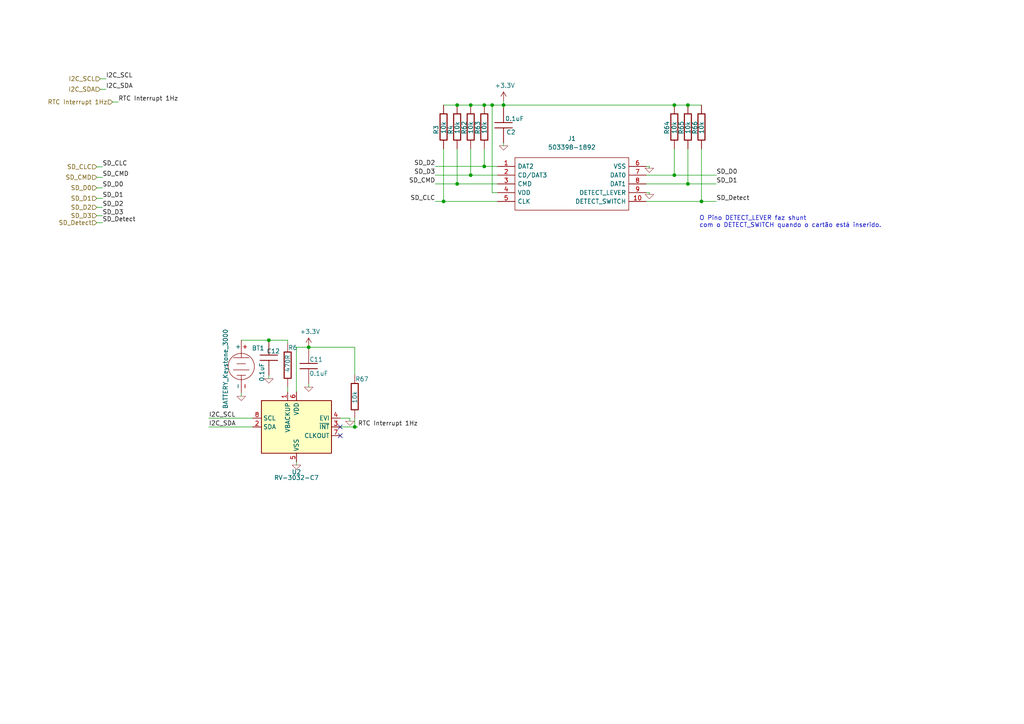
<source format=kicad_sch>
(kicad_sch
	(version 20231120)
	(generator "eeschema")
	(generator_version "8.0")
	(uuid "4181d3ef-95b0-49cc-8ea7-81c2d480a67a")
	(paper "A4")
	(lib_symbols
		(symbol "ESPulse-rescue:R-lsts-passives"
			(pin_numbers hide)
			(pin_names
				(offset 0)
			)
			(exclude_from_sim no)
			(in_bom yes)
			(on_board yes)
			(property "Reference" "R"
				(at 2.032 0 90)
				(effects
					(font
						(size 1.27 1.27)
					)
				)
			)
			(property "Value" "R-lsts-passives"
				(at 0 0 90)
				(effects
					(font
						(size 1.27 1.27)
					)
				)
			)
			(property "Footprint" ""
				(at 0 0 0)
				(effects
					(font
						(size 1.524 1.524)
					)
				)
			)
			(property "Datasheet" ""
				(at 0 0 0)
				(effects
					(font
						(size 1.524 1.524)
					)
				)
			)
			(property "Description" ""
				(at 0 0 0)
				(effects
					(font
						(size 1.27 1.27)
					)
					(hide yes)
				)
			)
			(property "ki_fp_filters" "R_*"
				(at 0 0 0)
				(effects
					(font
						(size 1.27 1.27)
					)
					(hide yes)
				)
			)
			(symbol "R-lsts-passives_0_1"
				(rectangle
					(start -1.016 3.81)
					(end 1.016 -3.81)
					(stroke
						(width 0.3048)
						(type default)
					)
					(fill
						(type none)
					)
				)
			)
			(symbol "R-lsts-passives_1_1"
				(pin passive line
					(at 0 6.35 270)
					(length 2.54)
					(name "~"
						(effects
							(font
								(size 1.524 1.524)
							)
						)
					)
					(number "1"
						(effects
							(font
								(size 1.524 1.524)
							)
						)
					)
				)
				(pin passive line
					(at 0 -6.35 90)
					(length 2.54)
					(name "~"
						(effects
							(font
								(size 1.524 1.524)
							)
						)
					)
					(number "2"
						(effects
							(font
								(size 1.524 1.524)
							)
						)
					)
				)
			)
		)
		(symbol "lsts-conn:503398-1892"
			(pin_names
				(offset 0.762)
			)
			(exclude_from_sim no)
			(in_bom yes)
			(on_board yes)
			(property "Reference" "J"
				(at 39.37 7.62 0)
				(effects
					(font
						(size 1.27 1.27)
					)
					(justify left)
				)
			)
			(property "Value" "503398-1892"
				(at -5.08 26.67 0)
				(effects
					(font
						(size 1.27 1.27)
					)
					(justify left)
				)
			)
			(property "Footprint" "503398-1892"
				(at -5.08 24.13 0)
				(effects
					(font
						(size 1.27 1.27)
					)
					(justify left)
					(hide yes)
				)
			)
			(property "Datasheet" "http://www.molex.com/webdocs/datasheets/pdf/en-us//5033981892_MEMORY_CARD_SOCKET.pdf"
				(at -5.08 21.59 0)
				(effects
					(font
						(size 1.27 1.27)
					)
					(justify left)
					(hide yes)
				)
			)
			(property "Description" "MicroSD SMT Push-Push 1.28mm height MicroSD SMT Push-Push 1.28mm height"
				(at -5.08 19.05 0)
				(effects
					(font
						(size 1.27 1.27)
					)
					(justify left)
					(hide yes)
				)
			)
			(property "Height" ""
				(at 39.37 -5.08 0)
				(effects
					(font
						(size 1.27 1.27)
					)
					(justify left)
					(hide yes)
				)
			)
			(property "Manufacturer_Name" "Molex"
				(at 39.37 -7.62 0)
				(effects
					(font
						(size 1.27 1.27)
					)
					(justify left)
					(hide yes)
				)
			)
			(property "Manufacturer_Part_Number" "503398-1892"
				(at -5.08 11.43 0)
				(effects
					(font
						(size 1.27 1.27)
					)
					(justify left)
					(hide yes)
				)
			)
			(property "Mouser Part Number" "538-503398-1892"
				(at -5.08 8.89 0)
				(effects
					(font
						(size 1.27 1.27)
					)
					(justify left)
					(hide yes)
				)
			)
			(property "Mouser Price/Stock" "https://www.mouser.co.uk/ProductDetail/Molex/503398-1892?qs=b0v8CoHHvSMxV%252BW12iKaSg%3D%3D"
				(at -5.08 6.35 0)
				(effects
					(font
						(size 1.27 1.27)
					)
					(justify left)
					(hide yes)
				)
			)
			(property "Arrow Part Number" ""
				(at 39.37 -17.78 0)
				(effects
					(font
						(size 1.27 1.27)
					)
					(justify left)
					(hide yes)
				)
			)
			(property "Arrow Price/Stock" ""
				(at 39.37 -20.32 0)
				(effects
					(font
						(size 1.27 1.27)
					)
					(justify left)
					(hide yes)
				)
			)
			(property "Mouser Testing Part Number" ""
				(at 39.37 -22.86 0)
				(effects
					(font
						(size 1.27 1.27)
					)
					(justify left)
					(hide yes)
				)
			)
			(property "Mouser Testing Price/Stock" ""
				(at 39.37 -25.4 0)
				(effects
					(font
						(size 1.27 1.27)
					)
					(justify left)
					(hide yes)
				)
			)
			(symbol "503398-1892_0_0"
				(pin passive line
					(at 0 0 0)
					(length 5.08)
					(name "DAT2"
						(effects
							(font
								(size 1.27 1.27)
							)
						)
					)
					(number "1"
						(effects
							(font
								(size 1.27 1.27)
							)
						)
					)
				)
				(pin passive line
					(at 43.18 -10.16 180)
					(length 5.08)
					(name "DETECT_SWITCH"
						(effects
							(font
								(size 1.27 1.27)
							)
						)
					)
					(number "10"
						(effects
							(font
								(size 1.27 1.27)
							)
						)
					)
				)
				(pin passive line
					(at 0 -2.54 0)
					(length 5.08)
					(name "CD/DAT3"
						(effects
							(font
								(size 1.27 1.27)
							)
						)
					)
					(number "2"
						(effects
							(font
								(size 1.27 1.27)
							)
						)
					)
				)
				(pin passive line
					(at 0 -5.08 0)
					(length 5.08)
					(name "CMD"
						(effects
							(font
								(size 1.27 1.27)
							)
						)
					)
					(number "3"
						(effects
							(font
								(size 1.27 1.27)
							)
						)
					)
				)
				(pin passive line
					(at 0 -7.62 0)
					(length 5.08)
					(name "VDD"
						(effects
							(font
								(size 1.27 1.27)
							)
						)
					)
					(number "4"
						(effects
							(font
								(size 1.27 1.27)
							)
						)
					)
				)
				(pin passive line
					(at 0 -10.16 0)
					(length 5.08)
					(name "CLK"
						(effects
							(font
								(size 1.27 1.27)
							)
						)
					)
					(number "5"
						(effects
							(font
								(size 1.27 1.27)
							)
						)
					)
				)
				(pin passive line
					(at 43.18 0 180)
					(length 5.08)
					(name "VSS"
						(effects
							(font
								(size 1.27 1.27)
							)
						)
					)
					(number "6"
						(effects
							(font
								(size 1.27 1.27)
							)
						)
					)
				)
				(pin passive line
					(at 43.18 -2.54 180)
					(length 5.08)
					(name "DAT0"
						(effects
							(font
								(size 1.27 1.27)
							)
						)
					)
					(number "7"
						(effects
							(font
								(size 1.27 1.27)
							)
						)
					)
				)
				(pin passive line
					(at 43.18 -5.08 180)
					(length 5.08)
					(name "DAT1"
						(effects
							(font
								(size 1.27 1.27)
							)
						)
					)
					(number "8"
						(effects
							(font
								(size 1.27 1.27)
							)
						)
					)
				)
				(pin passive line
					(at 43.18 -7.62 180)
					(length 5.08)
					(name "DETECT_LEVER"
						(effects
							(font
								(size 1.27 1.27)
							)
						)
					)
					(number "9"
						(effects
							(font
								(size 1.27 1.27)
							)
						)
					)
				)
			)
			(symbol "503398-1892_0_1"
				(polyline
					(pts
						(xy 5.08 2.54) (xy 38.1 2.54) (xy 38.1 -12.7) (xy 5.08 -12.7) (xy 5.08 2.54)
					)
					(stroke
						(width 0.1524)
						(type default)
					)
					(fill
						(type none)
					)
				)
			)
		)
		(symbol "lsts-conn:BATTERY_Keystone_3000"
			(pin_names
				(offset 0)
			)
			(exclude_from_sim no)
			(in_bom yes)
			(on_board yes)
			(property "Reference" "BT"
				(at 0 5.08 0)
				(effects
					(font
						(size 1.27 1.27)
					)
				)
			)
			(property "Value" "BATTERY_Keystone_3000"
				(at 0 -4.826 0)
				(effects
					(font
						(size 1.27 1.27)
					)
				)
			)
			(property "Footprint" ""
				(at 0 0 0)
				(effects
					(font
						(size 1.524 1.524)
					)
				)
			)
			(property "Datasheet" ""
				(at 0 0 0)
				(effects
					(font
						(size 1.524 1.524)
					)
				)
			)
			(property "Description" ""
				(at 0 0 0)
				(effects
					(font
						(size 1.27 1.27)
					)
					(hide yes)
				)
			)
			(symbol "BATTERY_Keystone_3000_0_1"
				(polyline
					(pts
						(xy -2.54 0) (xy -3.81 0)
					)
					(stroke
						(width 0)
						(type default)
					)
					(fill
						(type none)
					)
				)
				(polyline
					(pts
						(xy -2.54 2.286) (xy -2.54 -2.2606)
					)
					(stroke
						(width 0.1524)
						(type default)
					)
					(fill
						(type none)
					)
				)
				(polyline
					(pts
						(xy -0.7874 1.27) (xy -0.7874 -1.27)
					)
					(stroke
						(width 0.1524)
						(type default)
					)
					(fill
						(type none)
					)
				)
				(polyline
					(pts
						(xy 0.9906 2.286) (xy 0.9906 -2.2606)
					)
					(stroke
						(width 0.1524)
						(type default)
					)
					(fill
						(type none)
					)
				)
				(polyline
					(pts
						(xy 2.54 0) (xy 3.81 0)
					)
					(stroke
						(width 0)
						(type default)
					)
					(fill
						(type none)
					)
				)
				(polyline
					(pts
						(xy 2.54 1.27) (xy 2.54 -1.27)
					)
					(stroke
						(width 0.1524)
						(type default)
					)
					(fill
						(type none)
					)
				)
				(circle
					(center 0 0)
					(radius 3.81)
					(stroke
						(width 0.1524)
						(type default)
					)
					(fill
						(type none)
					)
				)
			)
			(symbol "BATTERY_Keystone_3000_1_1"
				(pin passive line
					(at -7.62 0 0)
					(length 3.81)
					(name "+"
						(effects
							(font
								(size 1.27 1.27)
							)
						)
					)
					(number "+"
						(effects
							(font
								(size 1.27 1.27)
							)
						)
					)
				)
				(pin passive line
					(at 7.62 0 180)
					(length 3.81)
					(name "-"
						(effects
							(font
								(size 1.27 1.27)
							)
						)
					)
					(number "-"
						(effects
							(font
								(size 1.27 1.27)
							)
						)
					)
				)
			)
		)
		(symbol "lsts-devices:RV-3032-C7"
			(exclude_from_sim no)
			(in_bom yes)
			(on_board yes)
			(property "Reference" "U"
				(at -8.89 8.89 0)
				(effects
					(font
						(size 1.27 1.27)
					)
				)
			)
			(property "Value" "RV-3032-C7"
				(at 7.62 8.89 0)
				(effects
					(font
						(size 1.27 1.27)
					)
				)
			)
			(property "Footprint" "lsts-devices:RV-3028-C7"
				(at 12.7 -8.89 0)
				(effects
					(font
						(size 1.27 1.27)
					)
					(hide yes)
				)
			)
			(property "Datasheet" "https://www.microcrystal.com/fileadmin/Media/Products/RTC/App.Manual/RV-3032-C7_App-Manual.pdf"
				(at 0 0 0)
				(effects
					(font
						(size 1.27 1.27)
					)
					(hide yes)
				)
			)
			(property "Description" "DTCXO Temp. Compensated, Real-Time Clock Module with I2C-Bus Interface"
				(at 0 0 0)
				(effects
					(font
						(size 1.27 1.27)
					)
					(hide yes)
				)
			)
			(property "ki_keywords" "Low Power RTC I2C"
				(at 0 0 0)
				(effects
					(font
						(size 1.27 1.27)
					)
					(hide yes)
				)
			)
			(symbol "RV-3032-C7_0_0"
				(pin unspecified line
					(at 12.7 -2.54 180)
					(length 2.54)
					(name "CLKOUT"
						(effects
							(font
								(size 1.27 1.27)
							)
						)
					)
					(number "7"
						(effects
							(font
								(size 1.27 1.27)
							)
						)
					)
				)
			)
			(symbol "RV-3032-C7_0_1"
				(rectangle
					(start -10.16 7.62)
					(end 10.16 -7.62)
					(stroke
						(width 0.254)
						(type default)
					)
					(fill
						(type background)
					)
				)
			)
			(symbol "RV-3032-C7_1_1"
				(pin power_in line
					(at -2.54 10.16 270)
					(length 2.54)
					(name "VBACKUP"
						(effects
							(font
								(size 1.27 1.27)
							)
						)
					)
					(number "1"
						(effects
							(font
								(size 1.27 1.27)
							)
						)
					)
				)
				(pin bidirectional line
					(at -12.7 0 0)
					(length 2.54)
					(name "SDA"
						(effects
							(font
								(size 1.27 1.27)
							)
						)
					)
					(number "2"
						(effects
							(font
								(size 1.27 1.27)
							)
						)
					)
				)
				(pin open_collector line
					(at 12.7 0 180)
					(length 2.54)
					(name "~{INT}"
						(effects
							(font
								(size 1.27 1.27)
							)
						)
					)
					(number "3"
						(effects
							(font
								(size 1.27 1.27)
							)
						)
					)
				)
				(pin input line
					(at 12.7 2.54 180)
					(length 2.54)
					(name "EVI"
						(effects
							(font
								(size 1.27 1.27)
							)
						)
					)
					(number "4"
						(effects
							(font
								(size 1.27 1.27)
							)
						)
					)
				)
				(pin power_in line
					(at 0 -10.16 90)
					(length 2.54)
					(name "VSS"
						(effects
							(font
								(size 1.27 1.27)
							)
						)
					)
					(number "5"
						(effects
							(font
								(size 1.27 1.27)
							)
						)
					)
				)
				(pin power_in line
					(at 0 10.16 270)
					(length 2.54)
					(name "VDD"
						(effects
							(font
								(size 1.27 1.27)
							)
						)
					)
					(number "6"
						(effects
							(font
								(size 1.27 1.27)
							)
						)
					)
				)
				(pin input line
					(at -12.7 2.54 0)
					(length 2.54)
					(name "SCL"
						(effects
							(font
								(size 1.27 1.27)
							)
						)
					)
					(number "8"
						(effects
							(font
								(size 1.27 1.27)
							)
						)
					)
				)
			)
		)
		(symbol "lsts-passives:C"
			(pin_numbers hide)
			(pin_names
				(offset 0.254)
			)
			(exclude_from_sim no)
			(in_bom yes)
			(on_board yes)
			(property "Reference" "C"
				(at 1.27 2.54 0)
				(effects
					(font
						(size 1.27 1.27)
					)
					(justify left)
				)
			)
			(property "Value" "C"
				(at 1.27 -2.54 0)
				(effects
					(font
						(size 1.27 1.27)
					)
					(justify left)
				)
			)
			(property "Footprint" ""
				(at 0 0 0)
				(effects
					(font
						(size 1.524 1.524)
					)
				)
			)
			(property "Datasheet" ""
				(at 0 0 0)
				(effects
					(font
						(size 1.524 1.524)
					)
				)
			)
			(property "Description" ""
				(at 0 0 0)
				(effects
					(font
						(size 1.27 1.27)
					)
					(hide yes)
				)
			)
			(property "ki_fp_filters" "C_*"
				(at 0 0 0)
				(effects
					(font
						(size 1.27 1.27)
					)
					(hide yes)
				)
			)
			(symbol "C_0_1"
				(polyline
					(pts
						(xy -2.54 -0.762) (xy 2.54 -0.762)
					)
					(stroke
						(width 0.254)
						(type default)
					)
					(fill
						(type none)
					)
				)
				(polyline
					(pts
						(xy -2.54 0.762) (xy 2.54 0.762)
					)
					(stroke
						(width 0.254)
						(type default)
					)
					(fill
						(type none)
					)
				)
			)
			(symbol "C_1_1"
				(pin passive line
					(at 0 5.08 270)
					(length 4.318)
					(name "~"
						(effects
							(font
								(size 1.016 1.016)
							)
						)
					)
					(number "1"
						(effects
							(font
								(size 1.016 1.016)
							)
						)
					)
				)
				(pin passive line
					(at 0 -5.08 90)
					(length 4.318)
					(name "~"
						(effects
							(font
								(size 1.016 1.016)
							)
						)
					)
					(number "2"
						(effects
							(font
								(size 1.016 1.016)
							)
						)
					)
				)
			)
		)
		(symbol "lsts-passives:R"
			(pin_numbers hide)
			(pin_names
				(offset 0)
			)
			(exclude_from_sim no)
			(in_bom yes)
			(on_board yes)
			(property "Reference" "R"
				(at 2.032 0 90)
				(effects
					(font
						(size 1.27 1.27)
					)
				)
			)
			(property "Value" "R"
				(at 0 0 90)
				(effects
					(font
						(size 1.27 1.27)
					)
				)
			)
			(property "Footprint" ""
				(at 0 0 0)
				(effects
					(font
						(size 1.524 1.524)
					)
				)
			)
			(property "Datasheet" ""
				(at 0 0 0)
				(effects
					(font
						(size 1.524 1.524)
					)
				)
			)
			(property "Description" ""
				(at 0 0 0)
				(effects
					(font
						(size 1.27 1.27)
					)
					(hide yes)
				)
			)
			(property "ki_fp_filters" "R_*"
				(at 0 0 0)
				(effects
					(font
						(size 1.27 1.27)
					)
					(hide yes)
				)
			)
			(symbol "R_0_1"
				(rectangle
					(start -1.016 3.81)
					(end 1.016 -3.81)
					(stroke
						(width 0.3048)
						(type default)
					)
					(fill
						(type none)
					)
				)
			)
			(symbol "R_1_1"
				(pin passive line
					(at 0 6.35 270)
					(length 2.54)
					(name "~"
						(effects
							(font
								(size 1.524 1.524)
							)
						)
					)
					(number "1"
						(effects
							(font
								(size 1.524 1.524)
							)
						)
					)
				)
				(pin passive line
					(at 0 -6.35 90)
					(length 2.54)
					(name "~"
						(effects
							(font
								(size 1.524 1.524)
							)
						)
					)
					(number "2"
						(effects
							(font
								(size 1.524 1.524)
							)
						)
					)
				)
			)
		)
		(symbol "power1:+3.3V"
			(power)
			(pin_names
				(offset 0)
			)
			(exclude_from_sim no)
			(in_bom yes)
			(on_board yes)
			(property "Reference" "#PWR"
				(at 0 -3.81 0)
				(effects
					(font
						(size 1.27 1.27)
					)
					(hide yes)
				)
			)
			(property "Value" "+3.3V"
				(at 0 3.556 0)
				(effects
					(font
						(size 1.27 1.27)
					)
				)
			)
			(property "Footprint" ""
				(at 0 0 0)
				(effects
					(font
						(size 1.27 1.27)
					)
					(hide yes)
				)
			)
			(property "Datasheet" ""
				(at 0 0 0)
				(effects
					(font
						(size 1.27 1.27)
					)
					(hide yes)
				)
			)
			(property "Description" "Power symbol creates a global label with name \"+3.3V\""
				(at 0 0 0)
				(effects
					(font
						(size 1.27 1.27)
					)
					(hide yes)
				)
			)
			(property "ki_keywords" "power-flag"
				(at 0 0 0)
				(effects
					(font
						(size 1.27 1.27)
					)
					(hide yes)
				)
			)
			(symbol "+3.3V_0_1"
				(polyline
					(pts
						(xy -0.762 1.27) (xy 0 2.54)
					)
					(stroke
						(width 0)
						(type default)
					)
					(fill
						(type none)
					)
				)
				(polyline
					(pts
						(xy 0 0) (xy 0 2.54)
					)
					(stroke
						(width 0)
						(type default)
					)
					(fill
						(type none)
					)
				)
				(polyline
					(pts
						(xy 0 2.54) (xy 0.762 1.27)
					)
					(stroke
						(width 0)
						(type default)
					)
					(fill
						(type none)
					)
				)
			)
			(symbol "+3.3V_1_1"
				(pin power_in line
					(at 0 0 90)
					(length 0) hide
					(name "+3.3V"
						(effects
							(font
								(size 1.27 1.27)
							)
						)
					)
					(number "1"
						(effects
							(font
								(size 1.27 1.27)
							)
						)
					)
				)
			)
		)
		(symbol "power:GND"
			(power)
			(pin_names
				(offset 0)
			)
			(exclude_from_sim no)
			(in_bom yes)
			(on_board yes)
			(property "Reference" "#PWR"
				(at 0 0 0)
				(effects
					(font
						(size 0.762 0.762)
					)
					(hide yes)
				)
			)
			(property "Value" "GND"
				(at 0 -1.778 0)
				(effects
					(font
						(size 0.762 0.762)
					)
					(hide yes)
				)
			)
			(property "Footprint" ""
				(at 0 0 0)
				(effects
					(font
						(size 1.524 1.524)
					)
				)
			)
			(property "Datasheet" ""
				(at 0 0 0)
				(effects
					(font
						(size 1.524 1.524)
					)
				)
			)
			(property "Description" ""
				(at 0 0 0)
				(effects
					(font
						(size 1.27 1.27)
					)
					(hide yes)
				)
			)
			(symbol "GND_0_1"
				(polyline
					(pts
						(xy -1.27 0) (xy 0 -1.27) (xy 1.27 0) (xy -1.27 0)
					)
					(stroke
						(width 0.1016)
						(type default)
					)
					(fill
						(type none)
					)
				)
			)
			(symbol "GND_1_1"
				(pin power_in line
					(at 0 0 90)
					(length 0) hide
					(name "GND"
						(effects
							(font
								(size 0.762 0.762)
							)
						)
					)
					(number "1"
						(effects
							(font
								(size 0.762 0.762)
							)
						)
					)
				)
			)
		)
	)
	(junction
		(at 136.525 30.48)
		(diameter 0)
		(color 0 0 0 0)
		(uuid "16e44008-2041-478b-b911-aa247b78c6f6")
	)
	(junction
		(at 142.748 30.48)
		(diameter 0)
		(color 0 0 0 0)
		(uuid "2bd2d268-824e-41b2-b313-d6ac3640641e")
	)
	(junction
		(at 89.535 100.711)
		(diameter 0)
		(color 0 0 0 0)
		(uuid "461b1b65-da6b-4882-a4f2-69d02e852595")
	)
	(junction
		(at 199.517 53.34)
		(diameter 0)
		(color 0 0 0 0)
		(uuid "546f6224-bb9f-4d2c-ac4b-7bb11eb91ff1")
	)
	(junction
		(at 128.651 58.42)
		(diameter 0)
		(color 0 0 0 0)
		(uuid "598a42fd-f6a6-4f6f-b052-560b6414ea55")
	)
	(junction
		(at 146.05 30.48)
		(diameter 0)
		(color 0 0 0 0)
		(uuid "5deda41e-3e4a-42ce-bbcd-af513f7a5ba3")
	)
	(junction
		(at 203.454 58.42)
		(diameter 0)
		(color 0 0 0 0)
		(uuid "90cc1575-db4e-4155-9938-d71172a1abd2")
	)
	(junction
		(at 195.58 50.8)
		(diameter 0)
		(color 0 0 0 0)
		(uuid "960972b4-83a9-4078-b285-7cb305b27d26")
	)
	(junction
		(at 136.525 50.8)
		(diameter 0)
		(color 0 0 0 0)
		(uuid "9855cdf1-babb-4882-8f4d-a361cef27b07")
	)
	(junction
		(at 102.8954 123.825)
		(diameter 0)
		(color 0 0 0 0)
		(uuid "9e561b0f-20b4-43fe-911f-73df1e6955a4")
	)
	(junction
		(at 132.588 30.48)
		(diameter 0)
		(color 0 0 0 0)
		(uuid "a177e2cc-9fbe-49b5-bc47-acd622f35f92")
	)
	(junction
		(at 199.517 30.48)
		(diameter 0)
		(color 0 0 0 0)
		(uuid "b12b5bbb-ec09-4ff2-b154-8df54f52a8af")
	)
	(junction
		(at 140.462 48.26)
		(diameter 0)
		(color 0 0 0 0)
		(uuid "b755070c-8256-4dd0-8060-8ddfca38ac28")
	)
	(junction
		(at 195.58 30.48)
		(diameter 0)
		(color 0 0 0 0)
		(uuid "bf0fb1a0-7396-41a8-97ad-d2f5ec508a1d")
	)
	(junction
		(at 132.588 53.34)
		(diameter 0)
		(color 0 0 0 0)
		(uuid "d3f3e0c3-72ee-45eb-8210-8bd15b4ff3b3")
	)
	(junction
		(at 77.978 98.679)
		(diameter 0)
		(color 0 0 0 0)
		(uuid "e889608e-7c99-469c-befd-577b6a7d0ee9")
	)
	(junction
		(at 140.462 30.48)
		(diameter 0)
		(color 0 0 0 0)
		(uuid "ef462aa8-ab9d-4e7c-ad1a-e05de2d3086c")
	)
	(no_connect
		(at 98.679 123.825)
		(uuid "07ada3ed-4883-4067-81d7-c9b1ffa4fa1a")
	)
	(no_connect
		(at 98.679 126.365)
		(uuid "4fb99e68-399b-4b7e-9f17-d3fba2dc66c9")
	)
	(wire
		(pts
			(xy 102.8954 121.3866) (xy 102.8954 123.825)
		)
		(stroke
			(width 0)
			(type default)
		)
		(uuid "04cc4d16-dba0-4125-a13e-dfbb379b029d")
	)
	(wire
		(pts
			(xy 140.462 48.26) (xy 140.462 43.18)
		)
		(stroke
			(width 0)
			(type default)
		)
		(uuid "062d6b88-4743-4474-9f76-2fb32a03216f")
	)
	(wire
		(pts
			(xy 203.454 58.42) (xy 207.772 58.42)
		)
		(stroke
			(width 0)
			(type default)
		)
		(uuid "08649948-7825-46ab-9263-4178308937cb")
	)
	(wire
		(pts
			(xy 98.679 123.825) (xy 102.8954 123.825)
		)
		(stroke
			(width 0)
			(type default)
		)
		(uuid "0a8f4e6a-abf6-45e0-8ca0-0b8fb1aa3d37")
	)
	(wire
		(pts
			(xy 188.341 55.88) (xy 188.341 56.388)
		)
		(stroke
			(width 0)
			(type default)
		)
		(uuid "1185e830-65de-426e-a4bd-51fcc43f586c")
	)
	(wire
		(pts
			(xy 136.525 30.48) (xy 140.462 30.48)
		)
		(stroke
			(width 0)
			(type default)
		)
		(uuid "12d4e7f1-da9c-4098-814e-6e7bf4396126")
	)
	(wire
		(pts
			(xy 29.718 51.435) (xy 28.067 51.435)
		)
		(stroke
			(width 0)
			(type default)
		)
		(uuid "13c1bb46-1324-4399-96fd-252cecc55a4d")
	)
	(wire
		(pts
			(xy 126.238 53.34) (xy 132.588 53.34)
		)
		(stroke
			(width 0)
			(type default)
		)
		(uuid "17d01366-124b-4742-9e24-3e00e7b10780")
	)
	(wire
		(pts
			(xy 126.238 58.42) (xy 128.651 58.42)
		)
		(stroke
			(width 0)
			(type default)
		)
		(uuid "1e3fd1f2-f11d-4720-bfa8-4c6c535b3c56")
	)
	(wire
		(pts
			(xy 195.58 30.48) (xy 199.517 30.48)
		)
		(stroke
			(width 0)
			(type default)
		)
		(uuid "1e944f0c-5c2b-4264-9520-4090fe7ea405")
	)
	(wire
		(pts
			(xy 199.517 30.48) (xy 203.454 30.48)
		)
		(stroke
			(width 0)
			(type default)
		)
		(uuid "1f10b8db-ba37-4905-8ee0-0e0265fdd4a4")
	)
	(wire
		(pts
			(xy 101.473 121.285) (xy 98.679 121.285)
		)
		(stroke
			(width 0)
			(type default)
		)
		(uuid "1f197b3c-6e0b-4bab-9b9c-7ab0ad198616")
	)
	(wire
		(pts
			(xy 188.341 48.26) (xy 188.341 48.768)
		)
		(stroke
			(width 0)
			(type default)
		)
		(uuid "380c3116-0b59-4577-99c3-2a1100d9a64f")
	)
	(wire
		(pts
			(xy 132.588 30.48) (xy 136.525 30.48)
		)
		(stroke
			(width 0)
			(type default)
		)
		(uuid "39aa32f4-3505-48bd-ae82-0f914cbe3c2f")
	)
	(wire
		(pts
			(xy 142.748 30.48) (xy 146.05 30.48)
		)
		(stroke
			(width 0)
			(type default)
		)
		(uuid "4187d617-c0bf-46b8-a05e-e7e9306dbef0")
	)
	(wire
		(pts
			(xy 30.734 22.86) (xy 29.083 22.86)
		)
		(stroke
			(width 0)
			(type default)
		)
		(uuid "4618245a-3ea4-4faf-8bba-27fd01414da2")
	)
	(wire
		(pts
			(xy 77.978 108.839) (xy 77.978 109.855)
		)
		(stroke
			(width 0)
			(type default)
		)
		(uuid "46cbb8e9-02c0-409e-b58b-21c797e18b28")
	)
	(wire
		(pts
			(xy 83.439 113.665) (xy 83.439 112.268)
		)
		(stroke
			(width 0)
			(type default)
		)
		(uuid "47d440d7-1d9f-4467-8e90-2113e2b6cabb")
	)
	(wire
		(pts
			(xy 187.452 53.34) (xy 199.517 53.34)
		)
		(stroke
			(width 0)
			(type default)
		)
		(uuid "49862b84-2d0b-4912-a282-67f45c9f15a6")
	)
	(wire
		(pts
			(xy 126.238 48.26) (xy 140.462 48.26)
		)
		(stroke
			(width 0)
			(type default)
		)
		(uuid "54c54388-59fc-4bbe-95c4-8376f31b3c87")
	)
	(wire
		(pts
			(xy 77.978 98.679) (xy 83.439 98.679)
		)
		(stroke
			(width 0)
			(type default)
		)
		(uuid "574144fa-6bdb-40b6-9dc4-b95c12858d69")
	)
	(wire
		(pts
			(xy 142.748 30.48) (xy 142.748 55.88)
		)
		(stroke
			(width 0)
			(type default)
		)
		(uuid "61b17fd0-92b5-4874-8a57-84991b5d7c22")
	)
	(wire
		(pts
			(xy 102.8954 123.825) (xy 103.8098 123.825)
		)
		(stroke
			(width 0)
			(type default)
		)
		(uuid "6a5157a4-654d-4679-aa40-3af1b1b709fb")
	)
	(wire
		(pts
			(xy 89.535 100.711) (xy 89.535 101.092)
		)
		(stroke
			(width 0)
			(type default)
		)
		(uuid "6b50d5bb-a5d4-4a97-bfaa-fd9f68c5a620")
	)
	(wire
		(pts
			(xy 144.272 50.8) (xy 136.525 50.8)
		)
		(stroke
			(width 0)
			(type default)
		)
		(uuid "6c78d0a0-f41b-4de6-9871-dc8f88588013")
	)
	(wire
		(pts
			(xy 29.718 62.5602) (xy 28.067 62.5602)
		)
		(stroke
			(width 0)
			(type default)
		)
		(uuid "6f438580-118b-4e81-97b3-54f0d8210d83")
	)
	(wire
		(pts
			(xy 85.979 113.665) (xy 85.979 100.711)
		)
		(stroke
			(width 0)
			(type default)
		)
		(uuid "73ae3223-9665-40af-b9b2-028ea25f60da")
	)
	(wire
		(pts
			(xy 195.58 50.8) (xy 207.772 50.8)
		)
		(stroke
			(width 0)
			(type default)
		)
		(uuid "7567817b-7731-47d5-866e-96778c03abbd")
	)
	(wire
		(pts
			(xy 199.517 53.34) (xy 199.517 43.18)
		)
		(stroke
			(width 0)
			(type default)
		)
		(uuid "76788079-9fb5-4999-a30a-ac07191a0fd2")
	)
	(wire
		(pts
			(xy 29.718 54.483) (xy 28.067 54.483)
		)
		(stroke
			(width 0)
			(type default)
		)
		(uuid "8823e9e0-8b44-45e6-bb3f-3624e9f8e049")
	)
	(wire
		(pts
			(xy 187.452 50.8) (xy 195.58 50.8)
		)
		(stroke
			(width 0)
			(type default)
		)
		(uuid "883713f3-1116-4ec0-904e-817173f2c2b2")
	)
	(wire
		(pts
			(xy 85.979 134.874) (xy 85.979 133.985)
		)
		(stroke
			(width 0)
			(type default)
		)
		(uuid "8babbe59-6f98-436b-8d5e-1001e200ddc9")
	)
	(wire
		(pts
			(xy 69.977 113.919) (xy 69.977 114.935)
		)
		(stroke
			(width 0)
			(type default)
		)
		(uuid "9061f682-c5b3-44e0-add5-63a44f58fe37")
	)
	(wire
		(pts
			(xy 29.718 57.531) (xy 28.067 57.531)
		)
		(stroke
			(width 0)
			(type default)
		)
		(uuid "913af3d2-3e5b-4868-ae4e-39d87f6e642e")
	)
	(wire
		(pts
			(xy 85.979 100.711) (xy 89.535 100.711)
		)
		(stroke
			(width 0)
			(type default)
		)
		(uuid "96adbd68-0450-47f2-8bb4-e9e683b32628")
	)
	(wire
		(pts
			(xy 89.535 112.268) (xy 89.535 111.252)
		)
		(stroke
			(width 0)
			(type default)
		)
		(uuid "979a4a09-df3f-4d1e-b61b-f2cb97b9ac7f")
	)
	(wire
		(pts
			(xy 89.535 100.584) (xy 89.535 100.711)
		)
		(stroke
			(width 0)
			(type default)
		)
		(uuid "97c4e669-19fe-42c6-9dc5-259a4fd61041")
	)
	(wire
		(pts
			(xy 195.58 50.8) (xy 195.58 43.18)
		)
		(stroke
			(width 0)
			(type default)
		)
		(uuid "98f6e546-f843-445c-841f-50973f448e5b")
	)
	(wire
		(pts
			(xy 187.452 58.42) (xy 203.454 58.42)
		)
		(stroke
			(width 0)
			(type default)
		)
		(uuid "a0d353f8-2f2d-4edc-917e-1a558eca2634")
	)
	(wire
		(pts
			(xy 29.718 64.5922) (xy 28.067 64.5922)
		)
		(stroke
			(width 0)
			(type default)
		)
		(uuid "a20daa7e-dbe5-4183-91d5-5b0059624108")
	)
	(wire
		(pts
			(xy 146.05 29.21) (xy 146.05 30.48)
		)
		(stroke
			(width 0)
			(type default)
		)
		(uuid "a2e46cc1-60e1-4245-9fb0-c1170bbd6bba")
	)
	(wire
		(pts
			(xy 146.05 41.402) (xy 146.05 42.291)
		)
		(stroke
			(width 0)
			(type default)
		)
		(uuid "a48a9435-b0be-4258-8229-db0736440d62")
	)
	(wire
		(pts
			(xy 144.272 55.88) (xy 142.748 55.88)
		)
		(stroke
			(width 0)
			(type default)
		)
		(uuid "adc03199-6f2e-4745-8ba1-93f43536a6c7")
	)
	(wire
		(pts
			(xy 187.452 55.88) (xy 188.341 55.88)
		)
		(stroke
			(width 0)
			(type default)
		)
		(uuid "b1a7523b-5955-403c-8e54-204a8192fca4")
	)
	(wire
		(pts
			(xy 128.651 58.42) (xy 128.651 43.18)
		)
		(stroke
			(width 0)
			(type default)
		)
		(uuid "b403b193-2fde-4a7d-b089-5c3aed3b9e7a")
	)
	(wire
		(pts
			(xy 29.718 60.1472) (xy 28.067 60.1472)
		)
		(stroke
			(width 0)
			(type default)
		)
		(uuid "b5e840c6-3257-4967-9517-860d5d8aecf5")
	)
	(wire
		(pts
			(xy 199.517 53.34) (xy 207.772 53.34)
		)
		(stroke
			(width 0)
			(type default)
		)
		(uuid "b8631f02-5a77-4e99-becc-b7b0dc9916ef")
	)
	(wire
		(pts
			(xy 140.462 30.48) (xy 142.748 30.48)
		)
		(stroke
			(width 0)
			(type default)
		)
		(uuid "baa00c14-5f0c-43ce-80f9-0083983b93cd")
	)
	(wire
		(pts
			(xy 144.272 58.42) (xy 128.651 58.42)
		)
		(stroke
			(width 0)
			(type default)
		)
		(uuid "bd7d6672-4908-4e8a-8fa4-e163f61793bc")
	)
	(wire
		(pts
			(xy 83.439 98.679) (xy 83.439 99.568)
		)
		(stroke
			(width 0)
			(type default)
		)
		(uuid "be107c0f-d915-4115-9f31-addaa7d6f4e6")
	)
	(wire
		(pts
			(xy 89.535 100.711) (xy 102.8954 100.711)
		)
		(stroke
			(width 0)
			(type default)
		)
		(uuid "c91edea9-ed34-4155-bd53-23dd086823d4")
	)
	(wire
		(pts
			(xy 101.473 122.174) (xy 101.473 121.285)
		)
		(stroke
			(width 0)
			(type default)
		)
		(uuid "c9d0fd39-7615-4e27-95c9-41c441dcc65b")
	)
	(wire
		(pts
			(xy 69.977 98.679) (xy 77.978 98.679)
		)
		(stroke
			(width 0)
			(type default)
		)
		(uuid "caf67358-4f51-420a-bf9e-8d854bcd2d33")
	)
	(wire
		(pts
			(xy 30.734 25.908) (xy 29.083 25.908)
		)
		(stroke
			(width 0)
			(type default)
		)
		(uuid "cd33e676-8432-4dba-ab45-81eeca613943")
	)
	(wire
		(pts
			(xy 146.05 30.48) (xy 146.05 31.242)
		)
		(stroke
			(width 0)
			(type default)
		)
		(uuid "cffe396c-e6e5-4f5e-9ee8-b50964838dbe")
	)
	(wire
		(pts
			(xy 146.05 30.48) (xy 195.58 30.48)
		)
		(stroke
			(width 0)
			(type default)
		)
		(uuid "d978c559-3c3d-40bc-af4d-012c26350af0")
	)
	(wire
		(pts
			(xy 102.8954 108.6866) (xy 102.8954 100.711)
		)
		(stroke
			(width 0)
			(type default)
		)
		(uuid "ddde0288-d75c-4704-826e-17f3b8efb0e9")
	)
	(wire
		(pts
			(xy 136.525 50.8) (xy 136.525 43.18)
		)
		(stroke
			(width 0)
			(type default)
		)
		(uuid "e450ac76-e546-423b-898d-92905b351ff8")
	)
	(wire
		(pts
			(xy 73.279 123.825) (xy 60.579 123.825)
		)
		(stroke
			(width 0)
			(type default)
		)
		(uuid "e51665c8-7f9e-4de8-a775-65b9afb76eb5")
	)
	(wire
		(pts
			(xy 32.639 29.591) (xy 34.3154 29.591)
		)
		(stroke
			(width 0)
			(type default)
		)
		(uuid "e5f2fafb-b1cb-40ba-9bbf-71f53fa0b04e")
	)
	(wire
		(pts
			(xy 126.238 50.8) (xy 136.525 50.8)
		)
		(stroke
			(width 0)
			(type default)
		)
		(uuid "e6fda926-af30-4f30-84b2-88328ca9807f")
	)
	(wire
		(pts
			(xy 29.718 48.387) (xy 28.067 48.387)
		)
		(stroke
			(width 0)
			(type default)
		)
		(uuid "e8f74325-9e67-441a-ad85-dfc82908c1c1")
	)
	(wire
		(pts
			(xy 128.651 30.48) (xy 132.588 30.48)
		)
		(stroke
			(width 0)
			(type default)
		)
		(uuid "f25b2526-b2b5-484f-916f-d505101c7fb6")
	)
	(wire
		(pts
			(xy 132.588 53.34) (xy 132.588 43.18)
		)
		(stroke
			(width 0)
			(type default)
		)
		(uuid "f4cc6c4f-52c4-4d84-a766-140328944778")
	)
	(wire
		(pts
			(xy 187.452 48.26) (xy 188.341 48.26)
		)
		(stroke
			(width 0)
			(type default)
		)
		(uuid "f55be746-b623-4fec-a588-db065acab592")
	)
	(wire
		(pts
			(xy 203.454 58.42) (xy 203.454 43.18)
		)
		(stroke
			(width 0)
			(type default)
		)
		(uuid "f87f0859-09eb-4fe1-adee-5ea62c236b99")
	)
	(wire
		(pts
			(xy 60.579 121.285) (xy 73.279 121.285)
		)
		(stroke
			(width 0)
			(type default)
		)
		(uuid "f9053970-5daf-4e1e-968b-1e8fa0a7d33c")
	)
	(wire
		(pts
			(xy 144.272 48.26) (xy 140.462 48.26)
		)
		(stroke
			(width 0)
			(type default)
		)
		(uuid "fd101603-230e-49d2-a3a0-6ba607c27463")
	)
	(wire
		(pts
			(xy 144.272 53.34) (xy 132.588 53.34)
		)
		(stroke
			(width 0)
			(type default)
		)
		(uuid "fff28a85-8926-4683-b715-64eafb1d0ef5")
	)
	(text "O Pino DETECT_LEVER faz shunt \ncom o DETECT_SWITCH quando o cartão está inserido."
		(exclude_from_sim no)
		(at 202.819 66.167 0)
		(effects
			(font
				(size 1.27 1.27)
			)
			(justify left bottom)
		)
		(uuid "551f9bd8-f1cf-4391-88d8-e09221319cb5")
	)
	(label "I2C_SDA"
		(at 60.579 123.825 0)
		(fields_autoplaced yes)
		(effects
			(font
				(size 1.27 1.27)
			)
			(justify left bottom)
		)
		(uuid "0030e85c-cdf2-4efb-b9c2-f5b14aec5dc5")
	)
	(label "I2C_SCL"
		(at 30.734 22.86 0)
		(fields_autoplaced yes)
		(effects
			(font
				(size 1.27 1.27)
			)
			(justify left bottom)
		)
		(uuid "1190859c-2eb7-48b8-827d-7a95cdc6d1e9")
	)
	(label "SD_D3"
		(at 29.718 62.5602 0)
		(fields_autoplaced yes)
		(effects
			(font
				(size 1.27 1.27)
			)
			(justify left bottom)
		)
		(uuid "12c6f9ef-dd12-4f19-b4c0-df91d40f2a47")
	)
	(label "I2C_SDA"
		(at 30.734 25.908 0)
		(fields_autoplaced yes)
		(effects
			(font
				(size 1.27 1.27)
			)
			(justify left bottom)
		)
		(uuid "21042c0a-a745-462b-ada5-f685390c076d")
	)
	(label "SD_Detect"
		(at 29.718 64.5922 0)
		(fields_autoplaced yes)
		(effects
			(font
				(size 1.27 1.27)
			)
			(justify left bottom)
		)
		(uuid "266456d7-2848-424b-b2a0-0fd87a0c9563")
	)
	(label "SD_D0"
		(at 29.718 54.483 0)
		(fields_autoplaced yes)
		(effects
			(font
				(size 1.27 1.27)
			)
			(justify left bottom)
		)
		(uuid "4c94fb77-f8d3-4fd0-b70c-bfec508c4a98")
	)
	(label "RTC Interrupt 1Hz"
		(at 34.3154 29.591 0)
		(fields_autoplaced yes)
		(effects
			(font
				(size 1.27 1.27)
			)
			(justify left bottom)
		)
		(uuid "506e422b-a247-42db-bdc1-23b953505bd4")
	)
	(label "SD_CMD"
		(at 126.238 53.34 180)
		(fields_autoplaced yes)
		(effects
			(font
				(size 1.27 1.27)
			)
			(justify right bottom)
		)
		(uuid "665058b1-dc78-4f58-9807-0e237b2f331c")
	)
	(label "SD_D2"
		(at 126.238 48.26 180)
		(fields_autoplaced yes)
		(effects
			(font
				(size 1.27 1.27)
			)
			(justify right bottom)
		)
		(uuid "735a5814-8a25-4fa9-ac45-c8a2cd303d76")
	)
	(label "RTC Interrupt 1Hz"
		(at 103.8098 123.825 0)
		(fields_autoplaced yes)
		(effects
			(font
				(size 1.27 1.27)
			)
			(justify left bottom)
		)
		(uuid "7927b86b-34bc-468b-919f-226aaac3cea1")
	)
	(label "SD_CLC"
		(at 29.718 48.387 0)
		(fields_autoplaced yes)
		(effects
			(font
				(size 1.27 1.27)
			)
			(justify left bottom)
		)
		(uuid "8c4132e6-1525-4c85-a9b0-e4a54ce833fc")
	)
	(label "I2C_SCL"
		(at 60.579 121.285 0)
		(fields_autoplaced yes)
		(effects
			(font
				(size 1.27 1.27)
			)
			(justify left bottom)
		)
		(uuid "8d3c8b3e-26a8-4d82-b3fe-2bf8e5615cb1")
	)
	(label "SD_D3"
		(at 126.238 50.8 180)
		(fields_autoplaced yes)
		(effects
			(font
				(size 1.27 1.27)
			)
			(justify right bottom)
		)
		(uuid "96fd8855-0ec0-4b91-a0f7-0c86eaf9e9fe")
	)
	(label "SD_D1"
		(at 29.718 57.531 0)
		(fields_autoplaced yes)
		(effects
			(font
				(size 1.27 1.27)
			)
			(justify left bottom)
		)
		(uuid "9c5410f9-3bdd-406a-83a3-1a62b5083053")
	)
	(label "SD_D1"
		(at 207.772 53.34 0)
		(fields_autoplaced yes)
		(effects
			(font
				(size 1.27 1.27)
			)
			(justify left bottom)
		)
		(uuid "a3dbfebe-de0b-41bf-973b-7804f2619254")
	)
	(label "SD_D0"
		(at 207.772 50.8 0)
		(fields_autoplaced yes)
		(effects
			(font
				(size 1.27 1.27)
			)
			(justify left bottom)
		)
		(uuid "b4e2a484-bb2b-4ee2-9b2d-cedec0352abe")
	)
	(label "SD_CLC"
		(at 126.238 58.42 180)
		(fields_autoplaced yes)
		(effects
			(font
				(size 1.27 1.27)
			)
			(justify right bottom)
		)
		(uuid "e9be685e-4c7d-483c-80ff-94cd9361f1f5")
	)
	(label "SD_Detect"
		(at 207.772 58.42 0)
		(fields_autoplaced yes)
		(effects
			(font
				(size 1.27 1.27)
			)
			(justify left bottom)
		)
		(uuid "f2eb5a3f-d940-477b-841d-d4e09c5476c5")
	)
	(label "SD_D2"
		(at 29.718 60.1472 0)
		(fields_autoplaced yes)
		(effects
			(font
				(size 1.27 1.27)
			)
			(justify left bottom)
		)
		(uuid "fae48fa7-10fa-4b4b-9ae9-2256fa83e97a")
	)
	(label "SD_CMD"
		(at 29.718 51.435 0)
		(fields_autoplaced yes)
		(effects
			(font
				(size 1.27 1.27)
			)
			(justify left bottom)
		)
		(uuid "fb90ae0a-0146-4904-a1ce-a184e36e65d3")
	)
	(hierarchical_label "I2C_SCL"
		(shape input)
		(at 29.083 22.86 180)
		(fields_autoplaced yes)
		(effects
			(font
				(size 1.27 1.27)
			)
			(justify right)
		)
		(uuid "064dd496-fbb0-4724-87cb-da33a1db7f39")
	)
	(hierarchical_label "I2C_SDA"
		(shape input)
		(at 29.083 25.908 180)
		(fields_autoplaced yes)
		(effects
			(font
				(size 1.27 1.27)
			)
			(justify right)
		)
		(uuid "3b8a5a53-23a4-4f4e-a99c-7309e788d696")
	)
	(hierarchical_label "SD_D3"
		(shape input)
		(at 28.067 62.5602 180)
		(fields_autoplaced yes)
		(effects
			(font
				(size 1.27 1.27)
			)
			(justify right)
		)
		(uuid "699716ac-c273-4d7e-be76-5252746cc4d7")
	)
	(hierarchical_label "SD_CMD"
		(shape input)
		(at 28.067 51.435 180)
		(fields_autoplaced yes)
		(effects
			(font
				(size 1.27 1.27)
			)
			(justify right)
		)
		(uuid "715a53b7-8dd7-40bc-9819-886e4699f097")
	)
	(hierarchical_label "SD_D0"
		(shape input)
		(at 28.067 54.483 180)
		(fields_autoplaced yes)
		(effects
			(font
				(size 1.27 1.27)
			)
			(justify right)
		)
		(uuid "79a797a7-3407-4230-ba89-fa05a7b3d759")
	)
	(hierarchical_label "SD_D1"
		(shape input)
		(at 28.067 57.531 180)
		(fields_autoplaced yes)
		(effects
			(font
				(size 1.27 1.27)
			)
			(justify right)
		)
		(uuid "ae68d047-881a-4479-a32a-9671eec32fe2")
	)
	(hierarchical_label "RTC Interrupt 1Hz"
		(shape input)
		(at 32.639 29.591 180)
		(fields_autoplaced yes)
		(effects
			(font
				(size 1.27 1.27)
			)
			(justify right)
		)
		(uuid "af6a7858-731d-4226-9bea-e29066e7fbd1")
	)
	(hierarchical_label "SD_D2"
		(shape input)
		(at 28.067 60.1472 180)
		(fields_autoplaced yes)
		(effects
			(font
				(size 1.27 1.27)
			)
			(justify right)
		)
		(uuid "cbd4869f-8a1a-4fb0-a228-1f92314dd3b6")
	)
	(hierarchical_label "SD_CLC"
		(shape input)
		(at 28.067 48.387 180)
		(fields_autoplaced yes)
		(effects
			(font
				(size 1.27 1.27)
			)
			(justify right)
		)
		(uuid "dcdb36c3-63bd-4777-aa41-c0cb384e9392")
	)
	(hierarchical_label "SD_Detect"
		(shape input)
		(at 28.067 64.5922 180)
		(fields_autoplaced yes)
		(effects
			(font
				(size 1.27 1.27)
			)
			(justify right)
		)
		(uuid "fabece01-d94d-46bb-81df-6b1ba7ac0c0c")
	)
	(symbol
		(lib_id "lsts-passives:C")
		(at 89.535 106.172 180)
		(unit 1)
		(exclude_from_sim no)
		(in_bom yes)
		(on_board yes)
		(dnp no)
		(uuid "00000000-0000-0000-0000-000061ac3580")
		(property "Reference" "C11"
			(at 91.694 104.267 0)
			(effects
				(font
					(size 1.27 1.27)
				)
			)
		)
		(property "Value" "0.1uF"
			(at 92.456 108.331 0)
			(effects
				(font
					(size 1.27 1.27)
				)
			)
		)
		(property "Footprint" "lsts-passives:C_0603"
			(at 89.535 106.172 0)
			(effects
				(font
					(size 1.524 1.524)
				)
				(hide yes)
			)
		)
		(property "Datasheet" ""
			(at 89.535 106.172 0)
			(effects
				(font
					(size 1.524 1.524)
				)
			)
		)
		(property "Description" ""
			(at 89.535 106.172 0)
			(effects
				(font
					(size 1.27 1.27)
				)
				(hide yes)
			)
		)
		(pin "1"
			(uuid "db2e6977-794d-4f33-a5a3-4a2d0f4bb4f1")
		)
		(pin "2"
			(uuid "bc27d767-f5a6-477e-9258-0a9802dc2695")
		)
		(instances
			(project "Chamber"
				(path "/53f12de6-4c71-4f0d-81b1-fb6f0e439eff/00000000-0000-0000-0000-000061aa6363"
					(reference "C11")
					(unit 1)
				)
			)
		)
	)
	(symbol
		(lib_id "lsts-devices:RV-3032-C7")
		(at 85.979 123.825 0)
		(unit 1)
		(exclude_from_sim no)
		(in_bom yes)
		(on_board yes)
		(dnp no)
		(uuid "00000000-0000-0000-0000-000061c15736")
		(property "Reference" "U2"
			(at 85.979 136.906 0)
			(effects
				(font
					(size 1.27 1.27)
				)
			)
		)
		(property "Value" "RV-3032-C7"
			(at 85.979 138.557 0)
			(effects
				(font
					(size 1.27 1.27)
				)
			)
		)
		(property "Footprint" "lsts-devices:RV-3028-C7"
			(at 98.679 132.715 0)
			(effects
				(font
					(size 1.27 1.27)
				)
				(hide yes)
			)
		)
		(property "Datasheet" "https://www.microcrystal.com/fileadmin/Media/Products/RTC/App.Manual/RV-3032-C7_App-Manual.pdf"
			(at 85.979 123.825 0)
			(effects
				(font
					(size 1.27 1.27)
				)
				(hide yes)
			)
		)
		(property "Description" ""
			(at 85.979 123.825 0)
			(effects
				(font
					(size 1.27 1.27)
				)
				(hide yes)
			)
		)
		(pin "7"
			(uuid "7214cbe5-7548-4358-972f-2c2874139609")
		)
		(pin "1"
			(uuid "875ae81c-0d49-470c-b043-ef7a9fda1bb6")
		)
		(pin "2"
			(uuid "d3865452-0768-4385-8d67-51b89b9789e9")
		)
		(pin "3"
			(uuid "ed6c531a-7ef8-4c30-9889-6deb719eab8c")
		)
		(pin "4"
			(uuid "c7508cd1-fc68-4d84-859f-4a640173dff1")
		)
		(pin "5"
			(uuid "9b49e95f-73dd-43bf-a45c-8d6e9e24bc76")
		)
		(pin "6"
			(uuid "093ccc3d-06a4-4be4-b90b-3bc3e71a6f6b")
		)
		(pin "8"
			(uuid "8ebf0806-a8a8-4c22-bfa5-de48735a2635")
		)
		(instances
			(project "Chamber"
				(path "/53f12de6-4c71-4f0d-81b1-fb6f0e439eff/00000000-0000-0000-0000-000061aa6363"
					(reference "U2")
					(unit 1)
				)
			)
		)
	)
	(symbol
		(lib_id "power:GND")
		(at 85.979 134.874 0)
		(unit 1)
		(exclude_from_sim no)
		(in_bom yes)
		(on_board yes)
		(dnp no)
		(uuid "00000000-0000-0000-0000-000061c1ad11")
		(property "Reference" "#PWR014"
			(at 85.979 134.874 0)
			(effects
				(font
					(size 0.762 0.762)
				)
				(hide yes)
			)
		)
		(property "Value" "GND"
			(at 85.979 136.652 0)
			(effects
				(font
					(size 0.762 0.762)
				)
				(hide yes)
			)
		)
		(property "Footprint" ""
			(at 85.979 134.874 0)
			(effects
				(font
					(size 1.524 1.524)
				)
			)
		)
		(property "Datasheet" ""
			(at 85.979 134.874 0)
			(effects
				(font
					(size 1.524 1.524)
				)
			)
		)
		(property "Description" ""
			(at 85.979 134.874 0)
			(effects
				(font
					(size 1.27 1.27)
				)
				(hide yes)
			)
		)
		(pin "1"
			(uuid "65fed427-5894-4782-b72c-6efc7156d67d")
		)
		(instances
			(project "Chamber"
				(path "/53f12de6-4c71-4f0d-81b1-fb6f0e439eff/00000000-0000-0000-0000-000061aa6363"
					(reference "#PWR014")
					(unit 1)
				)
			)
		)
	)
	(symbol
		(lib_id "power:GND")
		(at 89.535 112.268 0)
		(unit 1)
		(exclude_from_sim no)
		(in_bom yes)
		(on_board yes)
		(dnp no)
		(uuid "00000000-0000-0000-0000-000061c1e9bc")
		(property "Reference" "#PWR015"
			(at 89.535 112.268 0)
			(effects
				(font
					(size 0.762 0.762)
				)
				(hide yes)
			)
		)
		(property "Value" "GND"
			(at 89.535 114.046 0)
			(effects
				(font
					(size 0.762 0.762)
				)
				(hide yes)
			)
		)
		(property "Footprint" ""
			(at 89.535 112.268 0)
			(effects
				(font
					(size 1.524 1.524)
				)
			)
		)
		(property "Datasheet" ""
			(at 89.535 112.268 0)
			(effects
				(font
					(size 1.524 1.524)
				)
			)
		)
		(property "Description" ""
			(at 89.535 112.268 0)
			(effects
				(font
					(size 1.27 1.27)
				)
				(hide yes)
			)
		)
		(pin "1"
			(uuid "5f848c3f-97f6-477d-9a20-fc33995201c0")
		)
		(instances
			(project "Chamber"
				(path "/53f12de6-4c71-4f0d-81b1-fb6f0e439eff/00000000-0000-0000-0000-000061aa6363"
					(reference "#PWR015")
					(unit 1)
				)
			)
		)
	)
	(symbol
		(lib_id "lsts-conn:BATTERY_Keystone_3000")
		(at 69.977 106.299 270)
		(unit 1)
		(exclude_from_sim no)
		(in_bom yes)
		(on_board yes)
		(dnp no)
		(uuid "00000000-0000-0000-0000-000061c22ce7")
		(property "Reference" "BT1"
			(at 73.025 100.965 90)
			(effects
				(font
					(size 1.27 1.27)
				)
				(justify left)
			)
		)
		(property "Value" "BATTERY_Keystone_3000"
			(at 65.405 95.377 0)
			(effects
				(font
					(size 1.27 1.27)
				)
				(justify left)
			)
		)
		(property "Footprint" "lsts-devices:Keystone_3000_1x12mm-CoinCell"
			(at 69.977 106.299 0)
			(effects
				(font
					(size 1.524 1.524)
				)
				(hide yes)
			)
		)
		(property "Datasheet" ""
			(at 69.977 106.299 0)
			(effects
				(font
					(size 1.524 1.524)
				)
			)
		)
		(property "Description" ""
			(at 69.977 106.299 0)
			(effects
				(font
					(size 1.27 1.27)
				)
				(hide yes)
			)
		)
		(pin "+"
			(uuid "89a1a3bc-8480-4736-b43b-d8e09fef813f")
		)
		(pin "-"
			(uuid "a2a85f71-622d-4bd3-89ba-ce0d04f4610a")
		)
		(instances
			(project "Chamber"
				(path "/53f12de6-4c71-4f0d-81b1-fb6f0e439eff/00000000-0000-0000-0000-000061aa6363"
					(reference "BT1")
					(unit 1)
				)
			)
		)
	)
	(symbol
		(lib_id "power:GND")
		(at 69.977 114.935 0)
		(unit 1)
		(exclude_from_sim no)
		(in_bom yes)
		(on_board yes)
		(dnp no)
		(uuid "00000000-0000-0000-0000-000061c23c85")
		(property "Reference" "#PWR012"
			(at 69.977 114.935 0)
			(effects
				(font
					(size 0.762 0.762)
				)
				(hide yes)
			)
		)
		(property "Value" "GND"
			(at 69.977 116.713 0)
			(effects
				(font
					(size 0.762 0.762)
				)
				(hide yes)
			)
		)
		(property "Footprint" ""
			(at 69.977 114.935 0)
			(effects
				(font
					(size 1.524 1.524)
				)
			)
		)
		(property "Datasheet" ""
			(at 69.977 114.935 0)
			(effects
				(font
					(size 1.524 1.524)
				)
			)
		)
		(property "Description" ""
			(at 69.977 114.935 0)
			(effects
				(font
					(size 1.27 1.27)
				)
				(hide yes)
			)
		)
		(pin "1"
			(uuid "3f1a3aae-92ce-420d-a465-f729f8e1e550")
		)
		(instances
			(project "Chamber"
				(path "/53f12de6-4c71-4f0d-81b1-fb6f0e439eff/00000000-0000-0000-0000-000061aa6363"
					(reference "#PWR012")
					(unit 1)
				)
			)
		)
	)
	(symbol
		(lib_id "lsts-passives:C")
		(at 77.978 103.759 180)
		(unit 1)
		(exclude_from_sim no)
		(in_bom yes)
		(on_board yes)
		(dnp no)
		(uuid "00000000-0000-0000-0000-000061c25630")
		(property "Reference" "C12"
			(at 79.248 101.854 0)
			(effects
				(font
					(size 1.27 1.27)
				)
			)
		)
		(property "Value" "0.1uF"
			(at 75.946 107.95 90)
			(effects
				(font
					(size 1.27 1.27)
				)
			)
		)
		(property "Footprint" "lsts-passives:C_0603"
			(at 77.978 103.759 0)
			(effects
				(font
					(size 1.524 1.524)
				)
				(hide yes)
			)
		)
		(property "Datasheet" ""
			(at 77.978 103.759 0)
			(effects
				(font
					(size 1.524 1.524)
				)
			)
		)
		(property "Description" ""
			(at 77.978 103.759 0)
			(effects
				(font
					(size 1.27 1.27)
				)
				(hide yes)
			)
		)
		(pin "1"
			(uuid "677a6135-4249-4428-8bb7-3e26c67eb487")
		)
		(pin "2"
			(uuid "7a3addd2-1e51-4430-86a3-c027af4cc339")
		)
		(instances
			(project "Chamber"
				(path "/53f12de6-4c71-4f0d-81b1-fb6f0e439eff/00000000-0000-0000-0000-000061aa6363"
					(reference "C12")
					(unit 1)
				)
			)
		)
	)
	(symbol
		(lib_id "lsts-passives:R")
		(at 83.439 105.918 0)
		(unit 1)
		(exclude_from_sim no)
		(in_bom yes)
		(on_board yes)
		(dnp no)
		(uuid "00000000-0000-0000-0000-000061c27028")
		(property "Reference" "R6"
			(at 83.566 100.838 0)
			(effects
				(font
					(size 1.27 1.27)
				)
				(justify left)
			)
		)
		(property "Value" "470R"
			(at 83.439 107.95 90)
			(effects
				(font
					(size 1.27 1.27)
				)
				(justify left)
			)
		)
		(property "Footprint" "lsts-passives:R_0603"
			(at 83.439 105.918 0)
			(effects
				(font
					(size 1.524 1.524)
				)
				(hide yes)
			)
		)
		(property "Datasheet" ""
			(at 83.439 105.918 0)
			(effects
				(font
					(size 1.524 1.524)
				)
			)
		)
		(property "Description" ""
			(at 83.439 105.918 0)
			(effects
				(font
					(size 1.27 1.27)
				)
				(hide yes)
			)
		)
		(pin "1"
			(uuid "cee4461b-b907-4b06-bfa0-8251b7d7fbd8")
		)
		(pin "2"
			(uuid "497c77bc-59e3-4997-bb0b-65f02975ae52")
		)
		(instances
			(project "Chamber"
				(path "/53f12de6-4c71-4f0d-81b1-fb6f0e439eff/00000000-0000-0000-0000-000061aa6363"
					(reference "R6")
					(unit 1)
				)
			)
		)
	)
	(symbol
		(lib_id "power:GND")
		(at 101.473 122.174 0)
		(unit 1)
		(exclude_from_sim no)
		(in_bom yes)
		(on_board yes)
		(dnp no)
		(uuid "00000000-0000-0000-0000-000061d35e70")
		(property "Reference" "#PWR0102"
			(at 101.473 122.174 0)
			(effects
				(font
					(size 0.762 0.762)
				)
				(hide yes)
			)
		)
		(property "Value" "GND"
			(at 101.473 123.952 0)
			(effects
				(font
					(size 0.762 0.762)
				)
				(hide yes)
			)
		)
		(property "Footprint" ""
			(at 101.473 122.174 0)
			(effects
				(font
					(size 1.524 1.524)
				)
			)
		)
		(property "Datasheet" ""
			(at 101.473 122.174 0)
			(effects
				(font
					(size 1.524 1.524)
				)
			)
		)
		(property "Description" ""
			(at 101.473 122.174 0)
			(effects
				(font
					(size 1.27 1.27)
				)
				(hide yes)
			)
		)
		(pin "1"
			(uuid "cba683a4-f847-4c63-b0f1-d77b675acce5")
		)
		(instances
			(project "Chamber"
				(path "/53f12de6-4c71-4f0d-81b1-fb6f0e439eff/00000000-0000-0000-0000-000061aa6363"
					(reference "#PWR0102")
					(unit 1)
				)
			)
		)
	)
	(symbol
		(lib_id "power:GND")
		(at 77.978 109.855 0)
		(unit 1)
		(exclude_from_sim no)
		(in_bom yes)
		(on_board yes)
		(dnp no)
		(uuid "00000000-0000-0000-0000-0000625942dc")
		(property "Reference" "#PWR0117"
			(at 77.978 109.855 0)
			(effects
				(font
					(size 0.762 0.762)
				)
				(hide yes)
			)
		)
		(property "Value" "GND"
			(at 77.978 111.633 0)
			(effects
				(font
					(size 0.762 0.762)
				)
				(hide yes)
			)
		)
		(property "Footprint" ""
			(at 77.978 109.855 0)
			(effects
				(font
					(size 1.524 1.524)
				)
			)
		)
		(property "Datasheet" ""
			(at 77.978 109.855 0)
			(effects
				(font
					(size 1.524 1.524)
				)
			)
		)
		(property "Description" ""
			(at 77.978 109.855 0)
			(effects
				(font
					(size 1.27 1.27)
				)
				(hide yes)
			)
		)
		(pin "1"
			(uuid "3d9d2646-d329-4e9a-acd5-3b0ae03725b2")
		)
		(instances
			(project "Chamber"
				(path "/53f12de6-4c71-4f0d-81b1-fb6f0e439eff/00000000-0000-0000-0000-000061aa6363"
					(reference "#PWR0117")
					(unit 1)
				)
			)
		)
	)
	(symbol
		(lib_id "power:GND")
		(at 188.341 56.388 0)
		(unit 1)
		(exclude_from_sim no)
		(in_bom yes)
		(on_board yes)
		(dnp no)
		(uuid "094caaef-bb08-4f0b-b198-08d42ec6fa80")
		(property "Reference" "#PWR019"
			(at 188.341 56.388 0)
			(effects
				(font
					(size 0.762 0.762)
				)
				(hide yes)
			)
		)
		(property "Value" "GND"
			(at 188.341 58.166 0)
			(effects
				(font
					(size 0.762 0.762)
				)
				(hide yes)
			)
		)
		(property "Footprint" ""
			(at 188.341 56.388 0)
			(effects
				(font
					(size 1.524 1.524)
				)
			)
		)
		(property "Datasheet" ""
			(at 188.341 56.388 0)
			(effects
				(font
					(size 1.524 1.524)
				)
			)
		)
		(property "Description" ""
			(at 188.341 56.388 0)
			(effects
				(font
					(size 1.27 1.27)
				)
				(hide yes)
			)
		)
		(pin "1"
			(uuid "b14434ab-d006-4f89-b6ea-691cdde5d1da")
		)
		(instances
			(project "Chamber"
				(path "/53f12de6-4c71-4f0d-81b1-fb6f0e439eff/00000000-0000-0000-0000-000061aa6363"
					(reference "#PWR019")
					(unit 1)
				)
			)
			(project "ESPulse"
				(path "/a7db1c9d-2391-4a58-9d8c-8aec4b83e415/00000000-0000-0000-0000-000062a21771"
					(reference "#PWR088")
					(unit 1)
				)
			)
		)
	)
	(symbol
		(lib_id "ESPulse-rescue:R-lsts-passives")
		(at 195.58 36.83 0)
		(unit 1)
		(exclude_from_sim no)
		(in_bom yes)
		(on_board yes)
		(dnp no)
		(uuid "129585f7-dcdf-45f2-995e-e16cbc49b036")
		(property "Reference" "R64"
			(at 193.421 38.989 90)
			(effects
				(font
					(size 1.27 1.27)
				)
				(justify left)
			)
		)
		(property "Value" "10k"
			(at 195.58 38.862 90)
			(effects
				(font
					(size 1.27 1.27)
				)
				(justify left)
			)
		)
		(property "Footprint" "lsts-passives:R_0603"
			(at 195.58 36.83 0)
			(effects
				(font
					(size 1.524 1.524)
				)
				(hide yes)
			)
		)
		(property "Datasheet" ""
			(at 195.58 36.83 0)
			(effects
				(font
					(size 1.524 1.524)
				)
			)
		)
		(property "Description" ""
			(at 195.58 36.83 0)
			(effects
				(font
					(size 1.27 1.27)
				)
				(hide yes)
			)
		)
		(pin "1"
			(uuid "f14aa4f2-9a9b-49c9-b264-c0525a14faaa")
		)
		(pin "2"
			(uuid "031f3954-76e0-440f-9254-6782c664aa9f")
		)
		(instances
			(project "Chamber"
				(path "/53f12de6-4c71-4f0d-81b1-fb6f0e439eff/00000000-0000-0000-0000-000061aa6363"
					(reference "R64")
					(unit 1)
				)
			)
			(project "ESPulse"
				(path "/a7db1c9d-2391-4a58-9d8c-8aec4b83e415/00000000-0000-0000-0000-000062a21771"
					(reference "R144")
					(unit 1)
				)
			)
		)
	)
	(symbol
		(lib_id "ESPulse-rescue:R-lsts-passives")
		(at 128.651 36.83 0)
		(unit 1)
		(exclude_from_sim no)
		(in_bom yes)
		(on_board yes)
		(dnp no)
		(uuid "1f89e2e1-eae2-44be-9b99-32eabb7910a6")
		(property "Reference" "R3"
			(at 126.492 38.989 90)
			(effects
				(font
					(size 1.27 1.27)
				)
				(justify left)
			)
		)
		(property "Value" "10k"
			(at 128.651 38.862 90)
			(effects
				(font
					(size 1.27 1.27)
				)
				(justify left)
			)
		)
		(property "Footprint" "lsts-passives:R_0603"
			(at 128.651 36.83 0)
			(effects
				(font
					(size 1.524 1.524)
				)
				(hide yes)
			)
		)
		(property "Datasheet" ""
			(at 128.651 36.83 0)
			(effects
				(font
					(size 1.524 1.524)
				)
			)
		)
		(property "Description" ""
			(at 128.651 36.83 0)
			(effects
				(font
					(size 1.27 1.27)
				)
				(hide yes)
			)
		)
		(pin "1"
			(uuid "3720d4fa-7cf2-4bf8-a54b-74c0f45ee8ea")
		)
		(pin "2"
			(uuid "90a7a3a1-bf6e-4511-812f-7354ca832c75")
		)
		(instances
			(project "Chamber"
				(path "/53f12de6-4c71-4f0d-81b1-fb6f0e439eff/00000000-0000-0000-0000-000061aa6363"
					(reference "R3")
					(unit 1)
				)
			)
			(project "ESPulse"
				(path "/a7db1c9d-2391-4a58-9d8c-8aec4b83e415/00000000-0000-0000-0000-000062a21771"
					(reference "R132")
					(unit 1)
				)
			)
		)
	)
	(symbol
		(lib_id "ESPulse-rescue:R-lsts-passives")
		(at 136.525 36.83 0)
		(unit 1)
		(exclude_from_sim no)
		(in_bom yes)
		(on_board yes)
		(dnp no)
		(uuid "38caf8e7-3d60-4ab2-98ee-ea02060f5bf2")
		(property "Reference" "R62"
			(at 134.62 38.989 90)
			(effects
				(font
					(size 1.27 1.27)
				)
				(justify left)
			)
		)
		(property "Value" "10k"
			(at 136.525 38.862 90)
			(effects
				(font
					(size 1.27 1.27)
				)
				(justify left)
			)
		)
		(property "Footprint" "lsts-passives:R_0603"
			(at 136.525 36.83 0)
			(effects
				(font
					(size 1.524 1.524)
				)
				(hide yes)
			)
		)
		(property "Datasheet" ""
			(at 136.525 36.83 0)
			(effects
				(font
					(size 1.524 1.524)
				)
			)
		)
		(property "Description" ""
			(at 136.525 36.83 0)
			(effects
				(font
					(size 1.27 1.27)
				)
				(hide yes)
			)
		)
		(pin "1"
			(uuid "86c8e3d4-ff54-48eb-90e7-5a02e50a389f")
		)
		(pin "2"
			(uuid "627ed63c-5374-493c-aae9-43c14c6f456d")
		)
		(instances
			(project "Chamber"
				(path "/53f12de6-4c71-4f0d-81b1-fb6f0e439eff/00000000-0000-0000-0000-000061aa6363"
					(reference "R62")
					(unit 1)
				)
			)
			(project "ESPulse"
				(path "/a7db1c9d-2391-4a58-9d8c-8aec4b83e415/00000000-0000-0000-0000-000062a21771"
					(reference "R129")
					(unit 1)
				)
			)
		)
	)
	(symbol
		(lib_id "power1:+3.3V")
		(at 89.535 100.584 0)
		(unit 1)
		(exclude_from_sim no)
		(in_bom yes)
		(on_board yes)
		(dnp no)
		(uuid "39e40372-fad3-458b-b5d0-443d38dbec13")
		(property "Reference" "#PWR017"
			(at 89.535 104.394 0)
			(effects
				(font
					(size 1.27 1.27)
				)
				(hide yes)
			)
		)
		(property "Value" "+3.3V"
			(at 89.916 96.1898 0)
			(effects
				(font
					(size 1.27 1.27)
				)
			)
		)
		(property "Footprint" ""
			(at 89.535 100.584 0)
			(effects
				(font
					(size 1.27 1.27)
				)
				(hide yes)
			)
		)
		(property "Datasheet" ""
			(at 89.535 100.584 0)
			(effects
				(font
					(size 1.27 1.27)
				)
				(hide yes)
			)
		)
		(property "Description" ""
			(at 89.535 100.584 0)
			(effects
				(font
					(size 1.27 1.27)
				)
				(hide yes)
			)
		)
		(pin "1"
			(uuid "ba0d57a9-3f25-4351-8293-3e6806137098")
		)
		(instances
			(project "Chamber"
				(path "/53f12de6-4c71-4f0d-81b1-fb6f0e439eff/00000000-0000-0000-0000-000061aa6363"
					(reference "#PWR017")
					(unit 1)
				)
			)
		)
	)
	(symbol
		(lib_id "lsts-conn:503398-1892")
		(at 144.272 48.26 0)
		(unit 1)
		(exclude_from_sim no)
		(in_bom yes)
		(on_board yes)
		(dnp no)
		(fields_autoplaced yes)
		(uuid "3df796d6-cd26-4083-8591-3bcf185f312c")
		(property "Reference" "J1"
			(at 165.862 40.1828 0)
			(effects
				(font
					(size 1.27 1.27)
				)
			)
		)
		(property "Value" "503398-1892"
			(at 165.862 42.7228 0)
			(effects
				(font
					(size 1.27 1.27)
				)
			)
		)
		(property "Footprint" "lsts-conn:uSD_503398-1892"
			(at 139.192 24.13 0)
			(effects
				(font
					(size 1.27 1.27)
				)
				(justify left)
				(hide yes)
			)
		)
		(property "Datasheet" "http://www.molex.com/webdocs/datasheets/pdf/en-us//5033981892_MEMORY_CARD_SOCKET.pdf"
			(at 139.192 26.67 0)
			(effects
				(font
					(size 1.27 1.27)
				)
				(justify left)
				(hide yes)
			)
		)
		(property "Description" "MicroSD SMT Push-Push 1.28mm height MicroSD SMT Push-Push 1.28mm height"
			(at 139.192 29.21 0)
			(effects
				(font
					(size 1.27 1.27)
				)
				(justify left)
				(hide yes)
			)
		)
		(property "Height" ""
			(at 183.642 53.34 0)
			(effects
				(font
					(size 1.27 1.27)
				)
				(justify left)
				(hide yes)
			)
		)
		(property "Manufacturer_Name" "Molex"
			(at 183.642 55.88 0)
			(effects
				(font
					(size 1.27 1.27)
				)
				(justify left)
				(hide yes)
			)
		)
		(property "Manufacturer_Part_Number" "503398-1892"
			(at 139.192 36.83 0)
			(effects
				(font
					(size 1.27 1.27)
				)
				(justify left)
				(hide yes)
			)
		)
		(property "Mouser Part Number" "538-503398-1892"
			(at 139.192 39.37 0)
			(effects
				(font
					(size 1.27 1.27)
				)
				(justify left)
				(hide yes)
			)
		)
		(property "Mouser Price/Stock" "https://www.mouser.co.uk/ProductDetail/Molex/503398-1892?qs=b0v8CoHHvSMxV%252BW12iKaSg%3D%3D"
			(at 139.192 41.91 0)
			(effects
				(font
					(size 1.27 1.27)
				)
				(justify left)
				(hide yes)
			)
		)
		(property "Arrow Part Number" ""
			(at 183.642 66.04 0)
			(effects
				(font
					(size 1.27 1.27)
				)
				(justify left)
				(hide yes)
			)
		)
		(property "Arrow Price/Stock" ""
			(at 183.642 68.58 0)
			(effects
				(font
					(size 1.27 1.27)
				)
				(justify left)
				(hide yes)
			)
		)
		(property "Mouser Testing Part Number" ""
			(at 183.642 71.12 0)
			(effects
				(font
					(size 1.27 1.27)
				)
				(justify left)
				(hide yes)
			)
		)
		(property "Mouser Testing Price/Stock" ""
			(at 183.642 73.66 0)
			(effects
				(font
					(size 1.27 1.27)
				)
				(justify left)
				(hide yes)
			)
		)
		(pin "1"
			(uuid "a3022afd-5417-497c-99df-1b5c31a24990")
		)
		(pin "10"
			(uuid "ba92c488-d6fc-49a8-aa29-f6dafa22c497")
		)
		(pin "2"
			(uuid "4ad151c2-bfb8-449c-bfc7-2595964b3fc3")
		)
		(pin "3"
			(uuid "1574291b-9cda-4ba8-b088-837a9eb982de")
		)
		(pin "4"
			(uuid "11354a86-9137-4f5d-9c84-5b03dbde1b44")
		)
		(pin "5"
			(uuid "708f3887-33a7-4ad2-8134-59e05571ae27")
		)
		(pin "6"
			(uuid "8fdda1ff-a753-45ba-b5e1-a6c5ee460237")
		)
		(pin "7"
			(uuid "31373920-7659-4ba0-b856-96ac2e96ce4d")
		)
		(pin "8"
			(uuid "5144f447-b3f8-4c1c-b920-6fecc1f5bb14")
		)
		(pin "9"
			(uuid "bc6f8207-9eca-4223-a0ed-dec4a10eefca")
		)
		(instances
			(project "Chamber"
				(path "/53f12de6-4c71-4f0d-81b1-fb6f0e439eff/00000000-0000-0000-0000-000061aa6363"
					(reference "J1")
					(unit 1)
				)
			)
			(project "ESPulse"
				(path "/a7db1c9d-2391-4a58-9d8c-8aec4b83e415/00000000-0000-0000-0000-000062a21771"
					(reference "J3")
					(unit 1)
				)
			)
		)
	)
	(symbol
		(lib_id "power:GND")
		(at 146.05 42.291 0)
		(unit 1)
		(exclude_from_sim no)
		(in_bom yes)
		(on_board yes)
		(dnp no)
		(uuid "5388ebf0-6950-4caf-a2b2-8539241f872c")
		(property "Reference" "#PWR010"
			(at 146.05 42.291 0)
			(effects
				(font
					(size 0.762 0.762)
				)
				(hide yes)
			)
		)
		(property "Value" "GND"
			(at 146.05 44.069 0)
			(effects
				(font
					(size 0.762 0.762)
				)
				(hide yes)
			)
		)
		(property "Footprint" ""
			(at 146.05 42.291 0)
			(effects
				(font
					(size 1.524 1.524)
				)
			)
		)
		(property "Datasheet" ""
			(at 146.05 42.291 0)
			(effects
				(font
					(size 1.524 1.524)
				)
			)
		)
		(property "Description" ""
			(at 146.05 42.291 0)
			(effects
				(font
					(size 1.27 1.27)
				)
				(hide yes)
			)
		)
		(pin "1"
			(uuid "c133f4d5-d373-4e67-821c-f1d6661e631a")
		)
		(instances
			(project "Chamber"
				(path "/53f12de6-4c71-4f0d-81b1-fb6f0e439eff/00000000-0000-0000-0000-000061aa6363"
					(reference "#PWR010")
					(unit 1)
				)
			)
			(project "ESPulse"
				(path "/a7db1c9d-2391-4a58-9d8c-8aec4b83e415/00000000-0000-0000-0000-000062a21771"
					(reference "#PWR083")
					(unit 1)
				)
			)
		)
	)
	(symbol
		(lib_id "ESPulse-rescue:R-lsts-passives")
		(at 203.454 36.83 0)
		(unit 1)
		(exclude_from_sim no)
		(in_bom yes)
		(on_board yes)
		(dnp no)
		(uuid "8b04fc81-3912-4f6e-9bbc-fbf3f4f3c099")
		(property "Reference" "R66"
			(at 201.549 38.989 90)
			(effects
				(font
					(size 1.27 1.27)
				)
				(justify left)
			)
		)
		(property "Value" "10k"
			(at 203.454 38.862 90)
			(effects
				(font
					(size 1.27 1.27)
				)
				(justify left)
			)
		)
		(property "Footprint" "lsts-passives:R_0603"
			(at 203.454 36.83 0)
			(effects
				(font
					(size 1.524 1.524)
				)
				(hide yes)
			)
		)
		(property "Datasheet" ""
			(at 203.454 36.83 0)
			(effects
				(font
					(size 1.524 1.524)
				)
			)
		)
		(property "Description" ""
			(at 203.454 36.83 0)
			(effects
				(font
					(size 1.27 1.27)
				)
				(hide yes)
			)
		)
		(pin "1"
			(uuid "ca2ebfd5-0a9b-4093-b636-2bb0031b9388")
		)
		(pin "2"
			(uuid "cbcba3e9-0c97-4c6c-8caf-dcd5fb0d405f")
		)
		(instances
			(project "Chamber"
				(path "/53f12de6-4c71-4f0d-81b1-fb6f0e439eff/00000000-0000-0000-0000-000061aa6363"
					(reference "R66")
					(unit 1)
				)
			)
			(project "ESPulse"
				(path "/a7db1c9d-2391-4a58-9d8c-8aec4b83e415/00000000-0000-0000-0000-000062a21771"
					(reference "R146")
					(unit 1)
				)
			)
		)
	)
	(symbol
		(lib_id "ESPulse-rescue:R-lsts-passives")
		(at 199.517 36.83 0)
		(unit 1)
		(exclude_from_sim no)
		(in_bom yes)
		(on_board yes)
		(dnp no)
		(uuid "b2021286-60a1-436f-b770-bc56217ad039")
		(property "Reference" "R65"
			(at 197.612 38.989 90)
			(effects
				(font
					(size 1.27 1.27)
				)
				(justify left)
			)
		)
		(property "Value" "10k"
			(at 199.517 38.862 90)
			(effects
				(font
					(size 1.27 1.27)
				)
				(justify left)
			)
		)
		(property "Footprint" "lsts-passives:R_0603"
			(at 199.517 36.83 0)
			(effects
				(font
					(size 1.524 1.524)
				)
				(hide yes)
			)
		)
		(property "Datasheet" ""
			(at 199.517 36.83 0)
			(effects
				(font
					(size 1.524 1.524)
				)
			)
		)
		(property "Description" ""
			(at 199.517 36.83 0)
			(effects
				(font
					(size 1.27 1.27)
				)
				(hide yes)
			)
		)
		(pin "1"
			(uuid "52ecdff1-a3d6-42ae-9079-b28086659bdf")
		)
		(pin "2"
			(uuid "fd18e593-0ad1-4522-b96d-544066358205")
		)
		(instances
			(project "Chamber"
				(path "/53f12de6-4c71-4f0d-81b1-fb6f0e439eff/00000000-0000-0000-0000-000061aa6363"
					(reference "R65")
					(unit 1)
				)
			)
			(project "ESPulse"
				(path "/a7db1c9d-2391-4a58-9d8c-8aec4b83e415/00000000-0000-0000-0000-000062a21771"
					(reference "R145")
					(unit 1)
				)
			)
		)
	)
	(symbol
		(lib_id "ESPulse-rescue:R-lsts-passives")
		(at 132.588 36.83 0)
		(unit 1)
		(exclude_from_sim no)
		(in_bom yes)
		(on_board yes)
		(dnp no)
		(uuid "c6f22df4-82ef-46bc-8453-cfb292603d8f")
		(property "Reference" "R4"
			(at 130.683 38.989 90)
			(effects
				(font
					(size 1.27 1.27)
				)
				(justify left)
			)
		)
		(property "Value" "10k"
			(at 132.588 38.862 90)
			(effects
				(font
					(size 1.27 1.27)
				)
				(justify left)
			)
		)
		(property "Footprint" "lsts-passives:R_0603"
			(at 132.588 36.83 0)
			(effects
				(font
					(size 1.524 1.524)
				)
				(hide yes)
			)
		)
		(property "Datasheet" ""
			(at 132.588 36.83 0)
			(effects
				(font
					(size 1.524 1.524)
				)
			)
		)
		(property "Description" ""
			(at 132.588 36.83 0)
			(effects
				(font
					(size 1.27 1.27)
				)
				(hide yes)
			)
		)
		(pin "1"
			(uuid "f490b035-ac6f-4233-aab9-e88cb067c451")
		)
		(pin "2"
			(uuid "110f66f0-2cbe-46a6-a27d-5df289353956")
		)
		(instances
			(project "Chamber"
				(path "/53f12de6-4c71-4f0d-81b1-fb6f0e439eff/00000000-0000-0000-0000-000061aa6363"
					(reference "R4")
					(unit 1)
				)
			)
			(project "ESPulse"
				(path "/a7db1c9d-2391-4a58-9d8c-8aec4b83e415/00000000-0000-0000-0000-000062a21771"
					(reference "R133")
					(unit 1)
				)
			)
		)
	)
	(symbol
		(lib_id "power:GND")
		(at 188.341 48.768 0)
		(unit 1)
		(exclude_from_sim no)
		(in_bom yes)
		(on_board yes)
		(dnp no)
		(uuid "ce1d5bdd-03c3-40ac-977c-07fdea1a3075")
		(property "Reference" "#PWR013"
			(at 188.341 48.768 0)
			(effects
				(font
					(size 0.762 0.762)
				)
				(hide yes)
			)
		)
		(property "Value" "GND"
			(at 188.341 50.546 0)
			(effects
				(font
					(size 0.762 0.762)
				)
				(hide yes)
			)
		)
		(property "Footprint" ""
			(at 188.341 48.768 0)
			(effects
				(font
					(size 1.524 1.524)
				)
			)
		)
		(property "Datasheet" ""
			(at 188.341 48.768 0)
			(effects
				(font
					(size 1.524 1.524)
				)
			)
		)
		(property "Description" ""
			(at 188.341 48.768 0)
			(effects
				(font
					(size 1.27 1.27)
				)
				(hide yes)
			)
		)
		(pin "1"
			(uuid "0c76bc61-2de3-48cd-8097-b87e6a56be1f")
		)
		(instances
			(project "Chamber"
				(path "/53f12de6-4c71-4f0d-81b1-fb6f0e439eff/00000000-0000-0000-0000-000061aa6363"
					(reference "#PWR013")
					(unit 1)
				)
			)
			(project "ESPulse"
				(path "/a7db1c9d-2391-4a58-9d8c-8aec4b83e415/00000000-0000-0000-0000-000062a21771"
					(reference "#PWR082")
					(unit 1)
				)
			)
		)
	)
	(symbol
		(lib_id "ESPulse-rescue:R-lsts-passives")
		(at 140.462 36.83 0)
		(unit 1)
		(exclude_from_sim no)
		(in_bom yes)
		(on_board yes)
		(dnp no)
		(uuid "d127aec9-46de-4376-ba98-6c3982dbb6e6")
		(property "Reference" "R63"
			(at 138.557 38.989 90)
			(effects
				(font
					(size 1.27 1.27)
				)
				(justify left)
			)
		)
		(property "Value" "10k"
			(at 140.462 38.862 90)
			(effects
				(font
					(size 1.27 1.27)
				)
				(justify left)
			)
		)
		(property "Footprint" "lsts-passives:R_0603"
			(at 140.462 36.83 0)
			(effects
				(font
					(size 1.524 1.524)
				)
				(hide yes)
			)
		)
		(property "Datasheet" ""
			(at 140.462 36.83 0)
			(effects
				(font
					(size 1.524 1.524)
				)
			)
		)
		(property "Description" ""
			(at 140.462 36.83 0)
			(effects
				(font
					(size 1.27 1.27)
				)
				(hide yes)
			)
		)
		(pin "1"
			(uuid "00bccc76-4c5c-475b-8b76-d5873edf8dcc")
		)
		(pin "2"
			(uuid "3c33e2d0-c00c-4112-a22b-fae30fc85526")
		)
		(instances
			(project "Chamber"
				(path "/53f12de6-4c71-4f0d-81b1-fb6f0e439eff/00000000-0000-0000-0000-000061aa6363"
					(reference "R63")
					(unit 1)
				)
			)
			(project "ESPulse"
				(path "/a7db1c9d-2391-4a58-9d8c-8aec4b83e415/00000000-0000-0000-0000-000062a21771"
					(reference "R128")
					(unit 1)
				)
			)
		)
	)
	(symbol
		(lib_id "ESPulse-rescue:R-lsts-passives")
		(at 102.8954 115.0366 0)
		(unit 1)
		(exclude_from_sim no)
		(in_bom yes)
		(on_board yes)
		(dnp no)
		(uuid "d80f5769-8a7d-46ce-8a78-56cff43ee82e")
		(property "Reference" "R67"
			(at 103.0224 109.9566 0)
			(effects
				(font
					(size 1.27 1.27)
				)
				(justify left)
			)
		)
		(property "Value" "10k"
			(at 102.8954 117.0686 90)
			(effects
				(font
					(size 1.27 1.27)
				)
				(justify left)
			)
		)
		(property "Footprint" "lsts-passives:R_0603"
			(at 102.8954 115.0366 0)
			(effects
				(font
					(size 1.524 1.524)
				)
				(hide yes)
			)
		)
		(property "Datasheet" ""
			(at 102.8954 115.0366 0)
			(effects
				(font
					(size 1.524 1.524)
				)
			)
		)
		(property "Description" ""
			(at 102.8954 115.0366 0)
			(effects
				(font
					(size 1.27 1.27)
				)
				(hide yes)
			)
		)
		(pin "1"
			(uuid "776b4498-2df1-4186-9fa1-78a92218d004")
		)
		(pin "2"
			(uuid "bbe31220-048c-44da-9ed7-d63178b01e1c")
		)
		(instances
			(project "Chamber"
				(path "/53f12de6-4c71-4f0d-81b1-fb6f0e439eff/00000000-0000-0000-0000-000061aa6363"
					(reference "R67")
					(unit 1)
				)
			)
			(project "ESPulse"
				(path "/a7db1c9d-2391-4a58-9d8c-8aec4b83e415/00000000-0000-0000-0000-000062a21771"
					(reference "R26")
					(unit 1)
				)
			)
		)
	)
	(symbol
		(lib_id "power1:+3.3V")
		(at 146.05 29.21 0)
		(unit 1)
		(exclude_from_sim no)
		(in_bom yes)
		(on_board yes)
		(dnp no)
		(uuid "f146f354-8987-4a60-8562-a16ff07357b2")
		(property "Reference" "#PWR09"
			(at 146.05 33.02 0)
			(effects
				(font
					(size 1.27 1.27)
				)
				(hide yes)
			)
		)
		(property "Value" "+3.3V"
			(at 146.431 24.8158 0)
			(effects
				(font
					(size 1.27 1.27)
				)
			)
		)
		(property "Footprint" ""
			(at 146.05 29.21 0)
			(effects
				(font
					(size 1.27 1.27)
				)
				(hide yes)
			)
		)
		(property "Datasheet" ""
			(at 146.05 29.21 0)
			(effects
				(font
					(size 1.27 1.27)
				)
				(hide yes)
			)
		)
		(property "Description" ""
			(at 146.05 29.21 0)
			(effects
				(font
					(size 1.27 1.27)
				)
				(hide yes)
			)
		)
		(pin "1"
			(uuid "6837c98b-88d6-4deb-a3d1-a2613980fda2")
		)
		(instances
			(project "Chamber"
				(path "/53f12de6-4c71-4f0d-81b1-fb6f0e439eff/00000000-0000-0000-0000-000061aa6363"
					(reference "#PWR09")
					(unit 1)
				)
			)
		)
	)
	(symbol
		(lib_id "lsts-passives:C")
		(at 146.05 36.322 180)
		(unit 1)
		(exclude_from_sim no)
		(in_bom yes)
		(on_board yes)
		(dnp no)
		(uuid "f2171e06-c9bd-45a1-8525-eedf0d6ce25a")
		(property "Reference" "C2"
			(at 148.209 38.354 0)
			(effects
				(font
					(size 1.27 1.27)
				)
			)
		)
		(property "Value" "0.1uF"
			(at 149.225 34.417 0)
			(effects
				(font
					(size 1.27 1.27)
				)
			)
		)
		(property "Footprint" "lsts-passives:C_0603"
			(at 146.05 36.322 0)
			(effects
				(font
					(size 1.524 1.524)
				)
				(hide yes)
			)
		)
		(property "Datasheet" ""
			(at 146.05 36.322 0)
			(effects
				(font
					(size 1.524 1.524)
				)
			)
		)
		(property "Description" ""
			(at 146.05 36.322 0)
			(effects
				(font
					(size 1.27 1.27)
				)
				(hide yes)
			)
		)
		(pin "1"
			(uuid "dfe3d448-8c37-43c8-8c8e-98291cab0b14")
		)
		(pin "2"
			(uuid "3e689357-82d8-49c7-96f3-841a18bc72ac")
		)
		(instances
			(project "Chamber"
				(path "/53f12de6-4c71-4f0d-81b1-fb6f0e439eff/00000000-0000-0000-0000-000061aa6363"
					(reference "C2")
					(unit 1)
				)
			)
			(project "ESPulse"
				(path "/a7db1c9d-2391-4a58-9d8c-8aec4b83e415/00000000-0000-0000-0000-000062a21771"
					(reference "C43")
					(unit 1)
				)
			)
		)
	)
)

</source>
